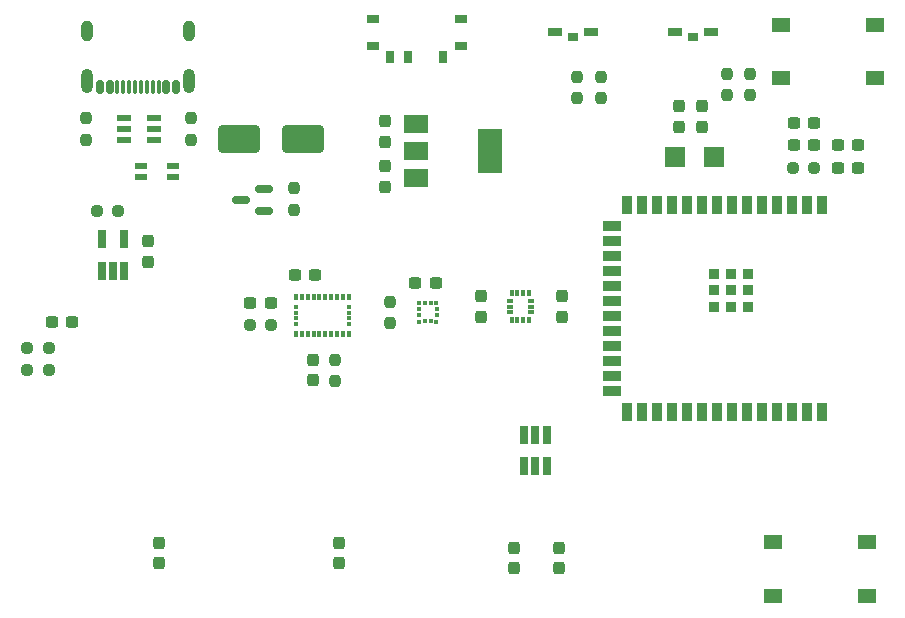
<source format=gbr>
%TF.GenerationSoftware,KiCad,Pcbnew,7.0.8*%
%TF.CreationDate,2023-12-05T20:52:06+01:00*%
%TF.ProjectId,HM_mainboard,484d5f6d-6169-46e6-926f-6172642e6b69,rev?*%
%TF.SameCoordinates,Original*%
%TF.FileFunction,Paste,Top*%
%TF.FilePolarity,Positive*%
%FSLAX46Y46*%
G04 Gerber Fmt 4.6, Leading zero omitted, Abs format (unit mm)*
G04 Created by KiCad (PCBNEW 7.0.8) date 2023-12-05 20:52:06*
%MOMM*%
%LPD*%
G01*
G04 APERTURE LIST*
G04 Aperture macros list*
%AMRoundRect*
0 Rectangle with rounded corners*
0 $1 Rounding radius*
0 $2 $3 $4 $5 $6 $7 $8 $9 X,Y pos of 4 corners*
0 Add a 4 corners polygon primitive as box body*
4,1,4,$2,$3,$4,$5,$6,$7,$8,$9,$2,$3,0*
0 Add four circle primitives for the rounded corners*
1,1,$1+$1,$2,$3*
1,1,$1+$1,$4,$5*
1,1,$1+$1,$6,$7*
1,1,$1+$1,$8,$9*
0 Add four rect primitives between the rounded corners*
20,1,$1+$1,$2,$3,$4,$5,0*
20,1,$1+$1,$4,$5,$6,$7,0*
20,1,$1+$1,$6,$7,$8,$9,0*
20,1,$1+$1,$8,$9,$2,$3,0*%
G04 Aperture macros list end*
%ADD10RoundRect,0.237500X0.237500X-0.300000X0.237500X0.300000X-0.237500X0.300000X-0.237500X-0.300000X0*%
%ADD11RoundRect,0.237500X-0.237500X0.300000X-0.237500X-0.300000X0.237500X-0.300000X0.237500X0.300000X0*%
%ADD12R,0.300000X0.600000*%
%ADD13R,0.600000X0.300000*%
%ADD14R,1.150000X0.600000*%
%ADD15R,1.100000X0.600000*%
%ADD16RoundRect,0.237500X0.237500X-0.250000X0.237500X0.250000X-0.237500X0.250000X-0.237500X-0.250000X0*%
%ADD17O,1.000000X1.800000*%
%ADD18O,1.000000X2.100000*%
%ADD19RoundRect,0.150000X0.150000X0.425000X-0.150000X0.425000X-0.150000X-0.425000X0.150000X-0.425000X0*%
%ADD20RoundRect,0.075000X0.075000X0.500000X-0.075000X0.500000X-0.075000X-0.500000X0.075000X-0.500000X0*%
%ADD21R,0.900000X0.700000*%
%ADD22R,1.200000X0.700000*%
%ADD23R,0.650000X1.560000*%
%ADD24RoundRect,0.237500X-0.237500X0.250000X-0.237500X-0.250000X0.237500X-0.250000X0.237500X0.250000X0*%
%ADD25RoundRect,0.237500X0.250000X0.237500X-0.250000X0.237500X-0.250000X-0.237500X0.250000X-0.237500X0*%
%ADD26R,0.304800X0.533400*%
%ADD27R,0.431800X0.304800*%
%ADD28RoundRect,0.035000X-0.165000X0.140000X-0.165000X-0.140000X0.165000X-0.140000X0.165000X0.140000X0*%
%ADD29RoundRect,0.031500X-0.143500X0.168500X-0.143500X-0.168500X0.143500X-0.168500X0.143500X0.168500X0*%
%ADD30R,0.900000X1.500000*%
%ADD31R,1.500000X0.900000*%
%ADD32R,0.900000X0.900000*%
%ADD33R,1.750000X1.800000*%
%ADD34R,1.000000X0.800000*%
%ADD35R,0.700000X1.000000*%
%ADD36RoundRect,0.237500X-0.300000X-0.237500X0.300000X-0.237500X0.300000X0.237500X-0.300000X0.237500X0*%
%ADD37R,1.550000X1.300000*%
%ADD38RoundRect,0.250000X-1.500000X-0.900000X1.500000X-0.900000X1.500000X0.900000X-1.500000X0.900000X0*%
%ADD39RoundRect,0.237500X0.300000X0.237500X-0.300000X0.237500X-0.300000X-0.237500X0.300000X-0.237500X0*%
%ADD40RoundRect,0.150000X0.587500X0.150000X-0.587500X0.150000X-0.587500X-0.150000X0.587500X-0.150000X0*%
%ADD41RoundRect,0.237500X-0.250000X-0.237500X0.250000X-0.237500X0.250000X0.237500X-0.250000X0.237500X0*%
%ADD42R,2.000000X1.500000*%
%ADD43R,2.000000X3.800000*%
G04 APERTURE END LIST*
D10*
%TO.C,C16*%
X166116000Y-99922500D03*
X166116000Y-98197500D03*
%TD*%
D11*
%TO.C,C15*%
X159258000Y-98197500D03*
X159258000Y-99922500D03*
%TD*%
D12*
%TO.C,AC1*%
X161810000Y-100210000D03*
X162310000Y-100210000D03*
X162810000Y-100210000D03*
X163310000Y-100210000D03*
D13*
X163460000Y-99560000D03*
X163460000Y-99060000D03*
X163460000Y-98560000D03*
D12*
X163310000Y-97910000D03*
X162810000Y-97910000D03*
X162310000Y-97910000D03*
X161810000Y-97910000D03*
D13*
X161660000Y-98560000D03*
X161660000Y-99060000D03*
X161660000Y-99560000D03*
%TD*%
D14*
%TO.C,D2*%
X131505000Y-83065000D03*
X131505000Y-84015000D03*
X131505000Y-84965000D03*
X129005000Y-84965000D03*
X129005000Y-84015000D03*
X129005000Y-83065000D03*
%TD*%
D15*
%TO.C,FL1*%
X130476000Y-87130000D03*
X133176000Y-87130000D03*
X133176000Y-88130000D03*
X130476000Y-88130000D03*
%TD*%
D16*
%TO.C,R5*%
X134700000Y-83102500D03*
X134700000Y-84927500D03*
%TD*%
D17*
%TO.C,J2*%
X125855000Y-75760000D03*
D18*
X125855000Y-79940000D03*
D17*
X134495000Y-75760000D03*
D18*
X134495000Y-79940000D03*
D19*
X133375000Y-80515000D03*
X132575000Y-80515000D03*
D20*
X131925000Y-80515000D03*
X130925000Y-80515000D03*
X129425000Y-80515000D03*
X128425000Y-80515000D03*
D19*
X127775000Y-80515000D03*
X126975000Y-80515000D03*
X126975000Y-80515000D03*
X127775000Y-80515000D03*
D20*
X128925000Y-80515000D03*
X129925000Y-80515000D03*
X130425000Y-80515000D03*
X131425000Y-80515000D03*
D19*
X132575000Y-80515000D03*
X133375000Y-80515000D03*
%TD*%
D16*
%TO.C,R6*%
X125810000Y-83102500D03*
X125810000Y-84927500D03*
%TD*%
%TO.C,R11*%
X169418000Y-81430500D03*
X169418000Y-79605500D03*
%TD*%
%TO.C,R10*%
X167386000Y-81430500D03*
X167386000Y-79605500D03*
%TD*%
D21*
%TO.C,D4*%
X167005000Y-76200000D03*
D22*
X168505000Y-75800000D03*
X165505000Y-75800000D03*
%TD*%
D23*
%TO.C,U4*%
X162880000Y-112602000D03*
X163830000Y-112602000D03*
X164780000Y-112602000D03*
X164780000Y-109902000D03*
X163830000Y-109902000D03*
X162880000Y-109902000D03*
%TD*%
D24*
%TO.C,R14*%
X146892474Y-103547225D03*
X146892474Y-105372225D03*
%TD*%
D25*
%TO.C,R13*%
X141454974Y-100649725D03*
X139629974Y-100649725D03*
%TD*%
D16*
%TO.C,R12*%
X151523000Y-98642500D03*
X151523000Y-100467500D03*
%TD*%
%TO.C,R8*%
X180086000Y-79351500D03*
X180086000Y-81176500D03*
%TD*%
D26*
%TO.C,U6*%
X143546001Y-98285300D03*
D27*
X143560800Y-99071999D03*
X143560800Y-99572000D03*
X143560800Y-100072000D03*
X143560800Y-100572001D03*
D26*
X143546001Y-101358700D03*
X144046001Y-101358700D03*
X144546000Y-101358700D03*
X145045999Y-101358700D03*
X145546000Y-101358700D03*
X146046000Y-101358700D03*
X146546001Y-101358700D03*
X147046000Y-101358700D03*
X147545999Y-101358700D03*
X148045999Y-101358700D03*
D27*
X148031200Y-100572001D03*
X148031200Y-100072000D03*
X148031200Y-99572000D03*
X148031200Y-99071999D03*
D26*
X148045999Y-98285300D03*
X147545999Y-98285300D03*
X147046000Y-98285300D03*
X146546001Y-98285300D03*
X146046000Y-98285300D03*
X145546000Y-98285300D03*
X145045999Y-98285300D03*
X144546000Y-98285300D03*
X144046001Y-98285300D03*
%TD*%
D28*
%TO.C,U5*%
X155463000Y-99305000D03*
X155463000Y-99805000D03*
D29*
X155448000Y-100330000D03*
X154948000Y-100320000D03*
X154448000Y-100320000D03*
X153948000Y-100330000D03*
D28*
X153933000Y-99805000D03*
X153933000Y-99305000D03*
D29*
X153948000Y-98780000D03*
X154448000Y-98790000D03*
X154948000Y-98790000D03*
X155448000Y-98780000D03*
%TD*%
D16*
%TO.C,R9*%
X181961000Y-79351500D03*
X181961000Y-81176500D03*
%TD*%
D11*
%TO.C,C6*%
X176022000Y-82095000D03*
X176022000Y-83820000D03*
%TD*%
D30*
%TO.C,U3*%
X188110000Y-90450000D03*
X186840000Y-90450000D03*
X185570000Y-90450000D03*
X184300000Y-90450000D03*
X183030000Y-90450000D03*
X181760000Y-90450000D03*
X180490000Y-90450000D03*
X179220000Y-90450000D03*
X177950000Y-90450000D03*
X176680000Y-90450000D03*
X175410000Y-90450000D03*
X174140000Y-90450000D03*
X172870000Y-90450000D03*
X171600000Y-90450000D03*
D31*
X170350000Y-92215000D03*
X170350000Y-93485000D03*
X170350000Y-94755000D03*
X170350000Y-96025000D03*
X170350000Y-97295000D03*
X170350000Y-98565000D03*
X170350000Y-99835000D03*
X170350000Y-101105000D03*
X170350000Y-102375000D03*
X170350000Y-103645000D03*
X170350000Y-104915000D03*
X170350000Y-106185000D03*
D30*
X171600000Y-107950000D03*
X172870000Y-107950000D03*
X174140000Y-107950000D03*
X175410000Y-107950000D03*
X176680000Y-107950000D03*
X177950000Y-107950000D03*
X179220000Y-107950000D03*
X180490000Y-107950000D03*
X181760000Y-107950000D03*
X183030000Y-107950000D03*
X184300000Y-107950000D03*
X185570000Y-107950000D03*
X186840000Y-107950000D03*
X188110000Y-107950000D03*
D32*
X181790000Y-96300000D03*
X180390000Y-96300000D03*
X178990000Y-96300000D03*
X178990000Y-96300000D03*
X181790000Y-97700000D03*
X181790000Y-97700000D03*
X180390000Y-97700000D03*
X178990000Y-97700000D03*
X181790000Y-99100000D03*
X180390000Y-99100000D03*
X178990000Y-99100000D03*
%TD*%
D33*
%TO.C,Y1*%
X175667000Y-86360000D03*
X178917000Y-86360000D03*
%TD*%
D10*
%TO.C,C3*%
X151130000Y-88915000D03*
X151130000Y-87190000D03*
%TD*%
D34*
%TO.C,S3*%
X157535000Y-74730000D03*
X150035000Y-74730000D03*
X150035000Y-77030000D03*
X157535000Y-77030000D03*
D35*
X151535000Y-77930000D03*
X153035000Y-77930000D03*
X156035000Y-77930000D03*
%TD*%
D36*
%TO.C,C17*%
X155385500Y-97028000D03*
X153660500Y-97028000D03*
%TD*%
D37*
%TO.C,S2*%
X184620000Y-75220000D03*
X192570000Y-75220000D03*
X184620000Y-79720000D03*
X192570000Y-79720000D03*
%TD*%
D16*
%TO.C,R1*%
X143353000Y-90892500D03*
X143353000Y-89067500D03*
%TD*%
D25*
%TO.C,R2*%
X128524000Y-90932000D03*
X126699000Y-90932000D03*
%TD*%
D38*
%TO.C,D1*%
X138748000Y-84900000D03*
X144148000Y-84900000D03*
%TD*%
D39*
%TO.C,C1*%
X124587000Y-100330000D03*
X122862000Y-100330000D03*
%TD*%
%TO.C,C10*%
X187405000Y-85410000D03*
X185680000Y-85410000D03*
%TD*%
D23*
%TO.C,U1*%
X127132000Y-96012000D03*
X128082000Y-96012000D03*
X129032000Y-96012000D03*
X129032000Y-93312000D03*
X127132000Y-93312000D03*
%TD*%
D39*
%TO.C,C8*%
X191135000Y-87315000D03*
X189410000Y-87315000D03*
%TD*%
%TO.C,C9*%
X187405000Y-83505000D03*
X185680000Y-83505000D03*
%TD*%
D10*
%TO.C,C13*%
X147240000Y-120785000D03*
X147240000Y-119060000D03*
%TD*%
D11*
%TO.C,C4*%
X131003000Y-93545500D03*
X131003000Y-95270500D03*
%TD*%
D36*
%TO.C,C20*%
X143455999Y-96398700D03*
X145180999Y-96398700D03*
%TD*%
D40*
%TO.C,Q1*%
X140813000Y-90980000D03*
X140813000Y-89080000D03*
X138938000Y-90030000D03*
%TD*%
D10*
%TO.C,C11*%
X165862000Y-121192500D03*
X165862000Y-119467500D03*
%TD*%
D25*
%TO.C,R3*%
X122635000Y-102555000D03*
X120810000Y-102555000D03*
%TD*%
D39*
%TO.C,C18*%
X141404974Y-98744725D03*
X139679974Y-98744725D03*
%TD*%
D41*
%TO.C,R7*%
X185630000Y-87315000D03*
X187455000Y-87315000D03*
%TD*%
D22*
%TO.C,D3*%
X175665000Y-75800000D03*
X178665000Y-75800000D03*
D21*
X177165000Y-76200000D03*
%TD*%
D42*
%TO.C,U2*%
X153695000Y-83620000D03*
X153695000Y-85920000D03*
D43*
X159995000Y-85920000D03*
D42*
X153695000Y-88220000D03*
%TD*%
D10*
%TO.C,C12*%
X162052000Y-121192500D03*
X162052000Y-119467500D03*
%TD*%
D37*
%TO.C,S1*%
X191935000Y-123535000D03*
X183985000Y-123535000D03*
X191935000Y-119035000D03*
X183985000Y-119035000D03*
%TD*%
D41*
%TO.C,R4*%
X120810000Y-104460000D03*
X122635000Y-104460000D03*
%TD*%
D39*
%TO.C,C7*%
X191135000Y-85410000D03*
X189410000Y-85410000D03*
%TD*%
D11*
%TO.C,C5*%
X177927000Y-82095000D03*
X177927000Y-83820000D03*
%TD*%
%TO.C,C2*%
X151130000Y-83380000D03*
X151130000Y-85105000D03*
%TD*%
D10*
%TO.C,C14*%
X132000000Y-120785000D03*
X132000000Y-119060000D03*
%TD*%
%TO.C,C19*%
X144987474Y-105322225D03*
X144987474Y-103597225D03*
%TD*%
M02*

</source>
